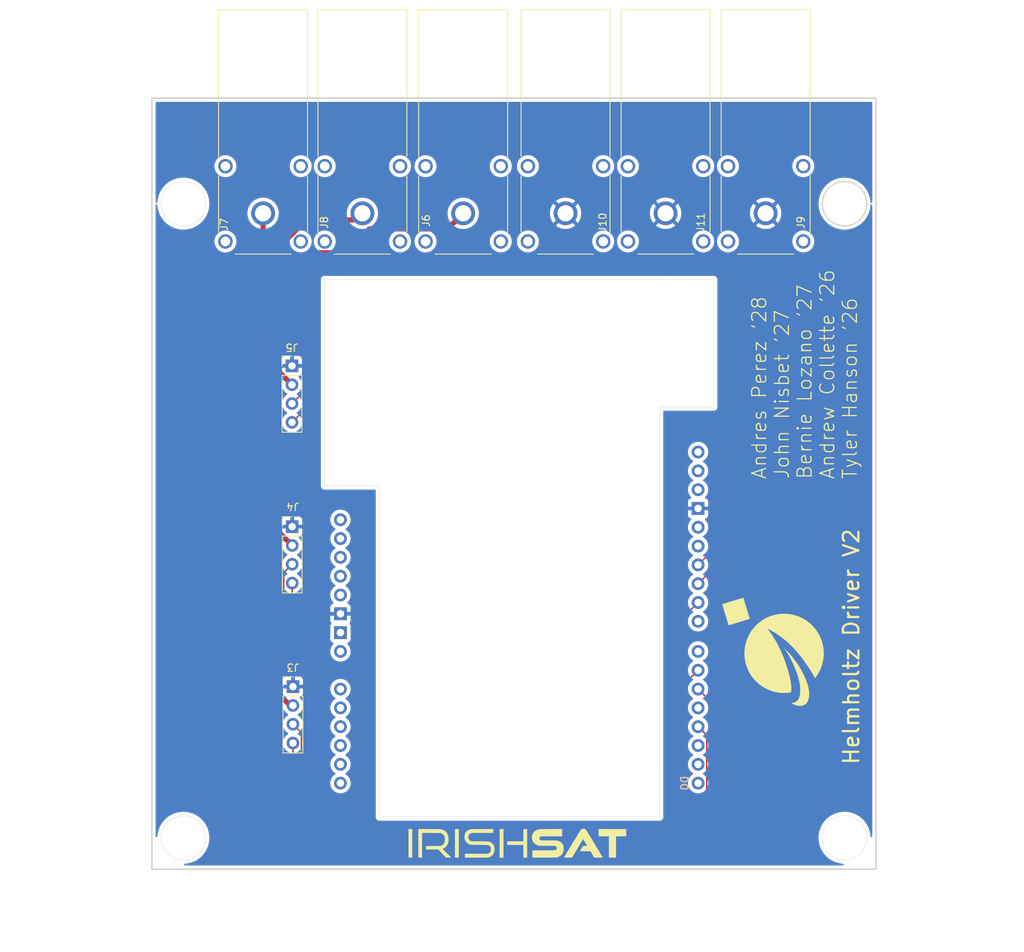
<source format=kicad_pcb>
(kicad_pcb (version 20240108) (generator "pcbnew") (generator_version "8.0")
  (layers (0 "F.Cu" signal) (31 "B.Cu" signal) (34 "B.Paste" user) (35 "F.Paste" user) (36 "B.SilkS" user "B.Silkscreen") (37 "F.SilkS" user "F.Silkscreen") (38 "B.Mask" user) (39 "F.Mask" user) (44 "Edge.Cuts" user))
  (net 0 "")
  (net 1 "/IN2_X")
  (net 2 "/IN2_Y")
  (net 3 "GND")
  (net 4 "/IN1_X")
  (net 5 "/IN1_Z")
  (net 6 "/IN1_Y")
  (net 7 "/IN2_Z")
  (net 8 "/VM_X")
  (net 9 "/VM_Y")
  (net 10 "/VM_Z")
  (footprint "my_custom:POMONA_73099-0" (layer "F.Cu") (at 128.4 47.5 90)
    (property "Reference" "J7" (at -1.5 -5.25 90) (layer "F.SilkS"))
    (property "Value" "73099-0" (hide yes))
    (pad "1" thru_hole circle (at 0 0 90) (size 3.216 3.216) (drill 2.2) (layers "*.Cu" "*.Mask") (net 10 "/VM_Z"))
    (pad "S1" thru_hole circle (at -3.8 5.08 90) (size 1.95 1.95) (drill 1.3) (layers "*.Cu" "*.Mask"))
    (pad "S2" thru_hole circle (at -3.8 -5.08 90) (size 1.95 1.95) (drill 1.3) (layers "*.Cu" "*.Mask"))
    (pad "S3" thru_hole circle (at 6.36 -5.08 90) (size 1.95 1.95) (drill 1.3) (layers "*.Cu" "*.Mask"))
    (pad "S4" thru_hole circle (at 6.36 5.08 90) (size 1.95 1.95) (drill 1.3) (layers "*.Cu" "*.Mask"))
  )
  (footprint "Connector_PinHeader_2.54mm:PinHeader_1x04_P2.54mm_Vertical" (layer "F.Cu") (at 132.3 68.1)
    (property "Reference" "J5" (at -0.02 -2.5 180) (layer "F.SilkS"))
    (property "Value" "Conn_01x04_Pin" (hide yes))
    (pad "1" thru_hole rect (at 0 0) (size 1.7 1.7) (drill 1) (layers "*.Cu" "*.Mask") (net 3 "GND"))
    (pad "2" thru_hole oval (at 0 2.54) (size 1.7 1.7) (drill 1) (layers "*.Cu" "*.Mask") (net 8 "/VM_X"))
    (pad "3" thru_hole oval (at 0 5.08) (size 1.7 1.7) (drill 1) (layers "*.Cu" "*.Mask") (net 4 "/IN1_X"))
    (pad "4" thru_hole oval (at 0 7.62) (size 1.7 1.7) (drill 1) (layers "*.Cu" "*.Mask") (net 1 "/IN2_X"))
  )
  (footprint "my_custom:POMONA_73099-0" (layer "F.Cu") (at 196.215 47.495 90)
    (property "Reference" "J9" (at -1.25 4.75 90) (layer "F.SilkS"))
    (property "Value" "73099-0" (hide yes))
    (pad "1" thru_hole circle (at 0 0 90) (size 3.216 3.216) (drill 2.2) (layers "*.Cu" "*.Mask") (net 3 "GND"))
    (pad "S1" thru_hole circle (at -3.8 5.08 90) (size 1.95 1.95) (drill 1.3) (layers "*.Cu" "*.Mask"))
    (pad "S2" thru_hole circle (at -3.8 -5.08 90) (size 1.95 1.95) (drill 1.3) (layers "*.Cu" "*.Mask"))
    (pad "S3" thru_hole circle (at 6.36 -5.08 90) (size 1.95 1.95) (drill 1.3) (layers "*.Cu" "*.Mask"))
    (pad "S4" thru_hole circle (at 6.36 5.08 90) (size 1.95 1.95) (drill 1.3) (layers "*.Cu" "*.Mask"))
  )
  (footprint "my_custom:POMONA_73099-0" (layer "F.Cu") (at 169.215 47.495 90)
    (property "Reference" "J10" (at -1.25 5 90) (layer "F.SilkS"))
    (property "Value" "73099-0" (hide yes))
    (pad "1" thru_hole circle (at 0 0 90) (size 3.216 3.216) (drill 2.2) (layers "*.Cu" "*.Mask") (net 3 "GND"))
    (pad "S1" thru_hole circle (at -3.8 5.08 90) (size 1.95 1.95) (drill 1.3) (layers "*.Cu" "*.Mask"))
    (pad "S2" thru_hole circle (at -3.8 -5.08 90) (size 1.95 1.95) (drill 1.3) (layers "*.Cu" "*.Mask"))
    (pad "S3" thru_hole circle (at 6.36 -5.08 90) (size 1.95 1.95) (drill 1.3) (layers "*.Cu" "*.Mask"))
    (pad "S4" thru_hole circle (at 6.36 5.08 90) (size 1.95 1.95) (drill 1.3) (layers "*.Cu" "*.Mask"))
  )
  (footprint "LOGO" (layer "F.Cu") (at 197.2 106.7 90)
    (property "Reference" "G***" (at 0 0 90) (layer "F.SilkS") (effects (font (size 1.5 1.5) (thickness 0.3))))
    (property "Value" "LOGO" (hide yes))
  )
  (footprint "Connector_PinHeader_2.54mm:PinHeader_1x04_P2.54mm_Vertical" (layer "F.Cu") (at 132.33 89.8)
    (property "Reference" "J4" (at 0.08 -2.7 180) (layer "F.SilkS"))
    (property "Value" "Conn_01x04_Pin" (hide yes))
    (pad "1" thru_hole rect (at 0 0) (size 1.7 1.7) (drill 1) (layers "*.Cu" "*.Mask") (net 3 "GND"))
    (pad "2" thru_hole oval (at 0 2.54) (size 1.7 1.7) (drill 1) (layers "*.Cu" "*.Mask") (net 9 "/VM_Y"))
    (pad "3" thru_hole oval (at 0 5.08) (size 1.7 1.7) (drill 1) (layers "*.Cu" "*.Mask") (net 6 "/IN1_Y"))
    (pad "4" thru_hole oval (at 0 7.62) (size 1.7 1.7) (drill 1) (layers "*.Cu" "*.Mask") (net 2 "/IN2_Y"))
  )
  (footprint "my_custom:POMONA_73099-0" (layer "F.Cu") (at 141.8 47.5 90)
    (property "Reference" "J8" (at -1.25 -5.15 90) (layer "F.SilkS"))
    (property "Value" "73099-0" (hide yes))
    (pad "1" thru_hole circle (at 0 0 90) (size 3.216 3.216) (drill 2.2) (layers "*.Cu" "*.Mask") (net 9 "/VM_Y"))
    (pad "S1" thru_hole circle (at -3.8 5.08 90) (size 1.95 1.95) (drill 1.3) (layers "*.Cu" "*.Mask"))
    (pad "S2" thru_hole circle (at -3.8 -5.08 90) (size 1.95 1.95) (drill 1.3) (layers "*.Cu" "*.Mask"))
    (pad "S3" thru_hole circle (at 6.36 -5.08 90) (size 1.95 1.95) (drill 1.3) (layers "*.Cu" "*.Mask"))
    (pad "S4" thru_hole circle (at 6.36 5.08 90) (size 1.95 1.95) (drill 1.3) (layers "*.Cu" "*.Mask"))
  )
  (footprint "my_custom:POMONA_73099-0" (layer "F.Cu") (at 182.715 47.495 90)
    (property "Reference" "J11" (at -1.25 4.75 90) (layer "F.SilkS"))
    (property "Value" "73099-0" (hide yes))
    (pad "1" thru_hole circle (at 0 0 90) (size 3.216 3.216) (drill 2.2) (layers "*.Cu" "*.Mask") (net 3 "GND"))
    (pad "S1" thru_hole circle (at -3.8 5.08 90) (size 1.95 1.95) (drill 1.3) (layers "*.Cu" "*.Mask"))
    (pad "S2" thru_hole circle (at -3.8 -5.08 90) (size 1.95 1.95) (drill 1.3) (layers "*.Cu" "*.Mask"))
    (pad "S3" thru_hole circle (at 6.36 -5.08 90) (size 1.95 1.95) (drill 1.3) (layers "*.Cu" "*.Mask"))
    (pad "S4" thru_hole circle (at 6.36 5.08 90) (size 1.95 1.95) (drill 1.3) (layers "*.Cu" "*.Mask"))
  )
  (footprint "my_custom:POMONA_73099-0" (layer "F.Cu") (at 155.4 47.5 90)
    (property "Reference" "J6" (at -1 -5 90) (layer "F.SilkS"))
    (property "Value" "73099-0" (hide yes))
    (pad "1" thru_hole circle (at 0 0 90) (size 3.216 3.216) (drill 2.2) (layers "*.Cu" "*.Mask") (net 8 "/VM_X"))
    (pad "S1" thru_hole circle (at -3.8 5.08 90) (size 1.95 1.95) (drill 1.3) (layers "*.Cu" "*.Mask"))
    (pad "S2" thru_hole circle (at -3.8 -5.08 90) (size 1.95 1.95) (drill 1.3) (layers "*.Cu" "*.Mask"))
    (pad "S3" thru_hole circle (at 6.36 -5.08 90) (size 1.95 1.95) (drill 1.3) (layers "*.Cu" "*.Mask"))
    (pad "S4" thru_hole circle (at 6.36 5.08 90) (size 1.95 1.95) (drill 1.3) (layers "*.Cu" "*.Mask"))
  )
  (footprint "LOGO" (layer "F.Cu") (at 162.5 132.6)
    (property "Reference" "G***" (hide yes))
    (property "Value" "LOGO" (hide yes))
  )
  (footprint "Connector_PinHeader_2.54mm:PinHeader_1x04_P2.54mm_Vertical" (layer "F.Cu") (at 132.43 111.4)
    (property "Reference" "J3" (at 0 -2.6 180) (layer "F.SilkS"))
    (property "Value" "Conn_01x04_Pin" (hide yes))
    (pad "1" thru_hole rect (at 0 0) (size 1.7 1.7) (drill 1) (layers "*.Cu" "*.Mask") (net 3 "GND"))
    (pad "2" thru_hole oval (at 0 2.54) (size 1.7 1.7) (drill 1) (layers "*.Cu" "*.Mask") (net 10 "/VM_Z"))
    (pad "3" thru_hole oval (at 0 5.08) (size 1.7 1.7) (drill 1) (layers "*.Cu" "*.Mask") (net 5 "/IN1_Z"))
    (pad "4" thru_hole oval (at 0 7.62) (size 1.7 1.7) (drill 1) (layers "*.Cu" "*.Mask") (net 7 "/IN2_Z"))
  )
  (footprint "my_custom:Arduino_Uno_R4_WiFi_Shield" (layer "F.Cu") (at 136.3 60.93 -90)
    (property "Reference" "A1" (hide yes))
    (property "Value" "Arduino_Uno_R4_WiFi_Shield")
    (fp_text user "D0" (at 63.5 -48.895 -90) (layer "B.SilkS") (effects (justify mirror)))
    (fp_text user "D0" (at 63.5 -48.895 -90) (layer "F.SilkS"))
    (pad "3V3" thru_hole oval (at 35.56 -2.54 270) (size 1.7272 1.7272) (drill 1.016) (layers "*.Cu" "*.Mask"))
    (pad "5V1" thru_hole oval (at 38.1 -2.54 270) (size 1.7272 1.7272) (drill 1.016) (layers "*.Cu" "*.Mask"))
    (pad "A0" thru_hole oval (at 50.8 -2.54 270) (size 1.7272 1.7272) (drill 1.016) (layers "*.Cu" "*.Mask"))
    (pad "A1" thru_hole oval (at 53.34 -2.54 270) (size 1.7272 1.7272) (drill 1.016) (layers "*.Cu" "*.Mask"))
    (pad "A2" thru_hole oval (at 55.88 -2.54 270) (size 1.7272 1.7272) (drill 1.016) (layers "*.Cu" "*.Mask"))
    (pad "A3" thru_hole oval (at 58.42 -2.54 270) (size 1.7272 1.7272) (drill 1.016) (layers "*.Cu" "*.Mask"))
    (pad "A4" thru_hole oval (at 60.96 -2.54 270) (size 1.7272 1.7272) (drill 1.016) (layers "*.Cu" "*.Mask"))
    (pad "A5" thru_hole oval (at 63.5 -2.54 270) (size 1.7272 1.7272) (drill 1.016) (layers "*.Cu" "*.Mask"))
    (pad "AREF" thru_hole oval (at 23.876 -50.8 270) (size 1.7272 1.7272) (drill 1.016) (layers "*.Cu" "*.Mask"))
    (pad "BOOT" thru_hole oval (at 27.94 -2.54 270) (size 1.7272 1.7272) (drill 1.016) (layers "*.Cu" "*.Mask"))
    (pad "D0" thru_hole oval (at 63.5 -50.8 270) (size 1.7272 1.7272) (drill 1.016) (layers "*.Cu" "*.Mask"))
    (pad "D1" thru_hole oval (at 60.96 -50.8 270) (size 1.7272 1.7272) (drill 1.016) (layers "*.Cu" "*.Mask"))
    (pad "D2" thru_hole oval (at 58.42 -50.8 270) (size 1.7272 1.7272) (drill 1.016) (layers "*.Cu" "*.Mask"))
    (pad "D3" thru_hole oval (at 55.88 -50.8 270) (size 1.7272 1.7272) (drill 1.016) (layers "*.Cu" "*.Mask") (net 5 "/IN1_Z"))
    (pad "D4" thru_hole oval (at 53.34 -50.8 270) (size 1.7272 1.7272) (drill 1.016) (layers "*.Cu" "*.Mask"))
    (pad "D5" thru_hole oval (at 50.8 -50.8 270) (size 1.7272 1.7272) (drill 1.016) (layers "*.Cu" "*.Mask") (net 7 "/IN2_Z"))
    (pad "D6" thru_hole oval (at 48.26 -50.8 270) (size 1.7272 1.7272) (drill 1.016) (layers "*.Cu" "*.Mask") (net 6 "/IN1_Y"))
    (pad "D7" thru_hole oval (at 45.72 -50.8 270) (size 1.7272 1.7272) (drill 1.016) (layers "*.Cu" "*.Mask"))
    (pad "D8" thru_hole oval (at 41.656 -50.8 270) (size 1.7272 1.7272) (drill 1.016) (layers "*.Cu" "*.Mask"))
    (pad "D9" thru_hole oval (at 39.116 -50.8 270) (size 1.7272 1.7272) (drill 1.016) (layers "*.Cu" "*.Mask") (net 2 "/IN2_Y"))
    (pad "D10" thru_hole oval (at 36.576 -50.8 270) (size 1.7272 1.7272) (drill 1.016) (layers "*.Cu" "*.Mask") (net 4 "/IN1_X"))
    (pad "D11" thru_hole oval (at 34.036 -50.8 270) (size 1.7272 1.7272) (drill 1.016) (layers "*.Cu" "*.Mask") (net 1 "/IN2_X"))
    (pad "D12" thru_hole oval (at 31.496 -50.8 270) (size 1.7272 1.7272) (drill 1.016) (layers "*.Cu" "*.Mask"))
    (pad "D13" thru_hole oval (at 28.956 -50.8 270) (size 1.7272 1.7272) (drill 1.016) (layers "*.Cu" "*.Mask"))
    (pad "GND1" thru_hole rect (at 26.416 -50.8 270) (size 1.7272 1.7272) (drill 1.016) (layers "*.Cu" "*.Mask") (net 3 "GND"))
    (pad "GND2" thru_hole rect (at 40.64 -2.54 270) (size 1.7272 1.7272) (drill 1.016) (layers "*.Cu" "*.Mask") (net 3 "GND"))
    (pad "GND3" thru_hole rect (at 43.18 -2.54 270) (size 1.7272 1.7272) (drill 1.016) (layers "*.Cu" "*.Mask"))
    (pad "IORF" thru_hole oval (at 30.48 -2.54 270) (size 1.7272 1.7272) (drill 1.016) (layers "*.Cu" "*.Mask"))
    (pad "RST1" thru_hole oval (at 33.02 -2.54 270) (size 1.7272 1.7272) (drill 1.016) (layers "*.Cu" "*.Mask"))
    (pad "SCL" thru_hole oval (at 18.796 -50.8 270) (size 1.7272 1.7272) (drill 1.016) (layers "*.Cu" "*.Mask"))
    (pad "SDA" thru_hole oval (at 21.336 -50.8 270) (size 1.7272 1.7272) (drill 1.016) (layers "*.Cu" "*.Mask"))
    (pad "VIN" thru_hole oval (at 45.72 -2.54 270) (size 1.7272 1.7272) (drill 1.016) (layers "*.Cu" "*.Mask"))
  )
  (gr_line (start 189.2 56.45) (end 183.5 56.45) (stroke (width 0.05)) (layer "Edge.Cuts"))
  (gr_line (start 138.8 56.45) (end 183.5 56.45) (stroke (width 0.05)) (layer "Edge.Cuts"))
  (gr_line (start 144.1 124.45) (end 144.1 129) (stroke (width 0.05)) (layer "Edge.Cuts"))
  (gr_line (start 144.1 84.3) (end 136.7 84.3) (stroke (width 0.05)) (layer "Edge.Cuts"))
  (gr_circle (center 206.857359 131.807359) (end 209.857359 131.807359) (stroke (width 0.05)) (fill none) (layer "Edge.Cuts"))
  (gr_circle (center 117.642641 131.807359) (end 120.642641 131.807359) (stroke (width 0.05)) (fill none) (layer "Edge.Cuts"))
  (gr_line (start 136.7 73.65) (end 136.7 56.45) (stroke (width 0.05)) (layer "Edge.Cuts"))
  (gr_line (start 144.1 129) (end 181.9 129) (stroke (width 0.05)) (layer "Edge.Cuts"))
  (gr_rect (start 113.4 31.95) (end 211.1 136.05) (stroke (width 0.2)) (fill none) (layer "Edge.Cuts"))
  (gr_line (start 144.1 85.1) (end 144.1 84.3) (stroke (width 0.05)) (layer "Edge.Cuts"))
  (gr_line (start 136.7 56.45) (end 138.8 56.45) (stroke (width 0.05)) (layer "Edge.Cuts"))
  (gr_circle (center 117.642641 46.192641) (end 120.642641 46.192641) (stroke (width 0.05)) (fill none) (layer "Edge.Cuts"))
  (gr_line (start 144.1 85.375) (end 144.1 85.1) (stroke (width 0.05)) (layer "Edge.Cuts"))
  (gr_line (start 136.7 84.3) (end 136.7 73.65) (stroke (width 0.05)) (layer "Edge.Cuts"))
  (gr_line (start 181.9 124.35) (end 181.9 73.65) (stroke (width 0.05)) (layer "Edge.Cuts"))
  (gr_line (start 181.9 73.65) (end 187.1 73.65) (stroke (width 0.05)) (layer "Edge.Cuts"))
  (gr_line (start 144.1 124.45) (end 144.1 85.375) (stroke (width 0.05)) (layer "Edge.Cuts"))
  (gr_line (start 181.9 124.35) (end 181.9 129) (stroke (width 0.05)) (layer "Edge.Cuts"))
  (gr_line (start 189.2 73.65) (end 189.2 56.45) (stroke (width 0.05)) (layer "Edge.Cuts"))
  (gr_line (start 187.1 73.65) (end 189.2 73.65) (stroke (width 0.05)) (layer "Edge.Cuts"))
  (gr_circle (center 206.857359 46.192641) (end 209.857359 46.192641) (stroke (width 0.2)) (fill none) (layer "Edge.Cuts"))
  (gr_text "Andres Perez '28\nJohn Nisbet '27\nBernie Lozano '27\nAndrew Collette '26\nTyler Hanson '26" (at 208.7 83.5 90) (layer "F.SilkS") (effects (font (size 1.9 1.9) (thickness 0.16)) (justify left bottom)))
  (gr_text "Helmholtz Driver V2" (at 209 122.1 90) (layer "F.SilkS") (effects (font (size 2.1 2.1) (thickness 0.3)) (justify left bottom)))
  (segment (start 135.2 56.6) (end 135.2 72.82) (width 0.2) (layer "F.Cu") (net 1))
  (segment (start 136.5 55.3) (end 135.2 56.6) (width 0.2) (layer "F.Cu") (net 1))
  (segment (start 191.3 90.766) (end 191.3 56.1) (width 0.2) (layer "F.Cu") (net 1))
  (segment (start 190.5 55.3) (end 136.5 55.3) (width 0.2) (layer "F.Cu") (net 1))
  (segment (start 187.1 94.966) (end 191.3 90.766) (width 0.2) (layer "F.Cu") (net 1))
  (segment (start 135.2 72.82) (end 132.3 75.72) (width 0.2) (layer "F.Cu") (net 1))
  (segment (start 191.3 56.1) (end 190.5 55.3) (width 0.2) (layer "F.Cu") (net 1))
  (segment (start 184.2 102.946) (end 184.2 128.3) (width 0.2) (layer "F.Cu") (net 2))
  (segment (start 184.2 128.3) (end 182.3 130.2) (width 0.2) (layer "F.Cu") (net 2))
  (segment (start 143.1 130.2) (end 141.4 128.5) (width 0.2) (layer "F.Cu") (net 2))
  (segment (start 141.4 128.5) (end 141.4 111.5) (width 0.2) (layer "F.Cu") (net 2))
  (segment (start 187.1 100.046) (end 184.2 102.946) (width 0.2) (layer "F.Cu") (net 2))
  (segment (start 182.3 130.2) (end 143.1 130.2) (width 0.2) (layer "F.Cu") (net 2))
  (segment (start 141.4 111.5) (end 132.33 102.43) (width 0.2) (layer "F.Cu") (net 2))
  (segment (start 132.33 102.43) (end 132.33 97.42) (width 0.2) (layer "F.Cu") (net 2))
  (segment (start 134 71.48) (end 134 56.5) (width 0.2) (layer "F.Cu") (net 4))
  (segment (start 192.5 55.5) (end 192.5 92.106) (width 0.2) (layer "F.Cu") (net 4))
  (segment (start 132.3 73.18) (end 134 71.48) (width 0.2) (layer "F.Cu") (net 4))
  (segment (start 192.5 92.106) (end 187.1 97.506) (width 0.2) (layer "F.Cu") (net 4))
  (segment (start 136.2 54.3) (end 191.3 54.3) (width 0.2) (layer "F.Cu") (net 4))
  (segment (start 191.3 54.3) (end 192.5 55.5) (width 0.2) (layer "F.Cu") (net 4))
  (segment (start 134 56.5) (end 136.2 54.3) (width 0.2) (layer "F.Cu") (net 4))
  (segment (start 133.58 125.18) (end 133.58 117.63) (width 0.2) (layer "F.Cu") (net 5))
  (segment (start 141.9 133.5) (end 133.58 125.18) (width 0.2) (layer "F.Cu") (net 5))
  (segment (start 133.58 117.63) (end 132.43 116.48) (width 0.2) (layer "F.Cu") (net 5))
  (segment (start 188.2636 117.9736) (end 188.2636 127.6364) (width 0.2) (layer "F.Cu") (net 5))
  (segment (start 187.1 116.81) (end 188.2636 117.9736) (width 0.2) (layer "F.Cu") (net 5))
  (segment (start 182.4 133.5) (end 141.9 133.5) (width 0.2) (layer "F.Cu") (net 5))
  (segment (start 188.2636 127.6364) (end 182.4 133.5) (width 0.2) (layer "F.Cu") (net 5))
  (segment (start 142.5 131.9) (end 136.7 126.1) (width 0.2) (layer "F.Cu") (net 6))
  (segment (start 131.18 96.03) (end 132.33 94.88) (width 0.2) (layer "F.Cu") (net 6))
  (segment (start 136.7 108.8) (end 131.18 103.28) (width 0.2) (layer "F.Cu") (net 6))
  (segment (start 185.4 128.5) (end 182 131.9) (width 0.2) (layer "F.Cu") (net 6))
  (segment (start 131.18 103.28) (end 131.18 96.03) (width 0.2) (layer "F.Cu") (net 6))
  (segment (start 187.1 109.19) (end 185.4 110.89) (width 0.2) (layer "F.Cu") (net 6))
  (segment (start 136.7 126.1) (end 136.7 108.8) (width 0.2) (layer "F.Cu") (net 6))
  (segment (start 182 131.9) (end 142.5 131.9) (width 0.2) (layer "F.Cu") (net 6))
  (segment (start 185.4 110.89) (end 185.4 128.5) (width 0.2) (layer "F.Cu") (net 6))
  (segment (start 190.1 114.73) (end 190.1 128.3) (width 0.2) (layer "F.Cu") (net 7))
  (segment (start 190.1 128.3) (end 183.4 135) (width 0.2) (layer "F.Cu") (net 7))
  (segment (start 187.1 111.73) (end 190.1 114.73) (width 0.2) (layer "F.Cu") (net 7))
  (segment (start 183.4 135) (end 141.2 135) (width 0.2) (layer "F.Cu") (net 7))
  (segment (start 132.43 126.23) (end 132.43 119.02) (width 0.2) (layer "F.Cu") (net 7))
  (segment (start 141.2 135) (end 132.43 126.23) (width 0.2) (layer "F.Cu") (net 7))
  (segment (start 134.875 52.825) (end 130.5 57.2) (width 0.7) (layer "F.Cu") (net 8))
  (segment (start 142.751873 49.6) (end 139.526873 52.825) (width 0.7) (layer "F.Cu") (net 8))
  (segment (start 155.4 47.5) (end 153.3 49.6) (width 0.7) (layer "F.Cu") (net 8))
  (segment (start 139.526873 52.825) (end 134.875 52.825) (width 0.7) (layer "F.Cu") (net 8))
  (segment (start 130.5 68.84) (end 132.3 70.64) (width 0.7) (layer "F.Cu") (net 8))
  (segment (start 153.3 49.6) (end 142.751873 49.6) (width 0.7) (layer "F.Cu") (net 8))
  (segment (start 130.5 57.2) (end 130.5 68.84) (width 0.7) (layer "F.Cu") (net 8))
  (segment (start 128.1 54.5) (end 128.1 88.11) (width 0.7) (layer "F.Cu") (net 9))
  (segment (start 141.8 47.5) (end 141.325945 47.5) (width 0.7) (layer "F.Cu") (net 9))
  (segment (start 128.1 88.11) (end 132.33 92.34) (width 0.7) (layer "F.Cu") (net 9))
  (segment (start 141.325945 47.5) (end 140.425945 48.4) (width 0.7) (layer "F.Cu") (net 9))
  (segment (start 140.425945 48.4) (end 134.2 48.4) (width 0.7) (layer "F.Cu") (net 9))
  (segment (start 134.2 48.4) (end 128.1 54.5) (width 0.7) (layer "F.Cu") (net 9))
  (segment (start 132.04 113.94) (end 132.43 113.94) (width 0.7) (layer "F.Cu") (net 10))
  (segment (start 128.4 50.4) (end 125.5 53.3) (width 0.7) (layer "F.Cu") (net 10))
  (segment (start 125.5 53.3) (end 125.5 107.4) (width 0.7) (layer "F.Cu") (net 10))
  (segment (start 125.5 107.4) (end 132.04 113.94) (width 0.7) (layer "F.Cu") (net 10))
  (segment (start 128.4 47.5) (end 128.4 50.4) (width 0.7) (layer "F.Cu") (net 10))
  (zone (net 3) (net_name "GND") (layer "B.Cu") (connect_pads (clearance 0.5)) (min_thickness 0.25) (fill yes (thermal_gap 0.5) (thermal_bridge_width 0.5))
    (polygon (pts (xy 231 96.9) (xy 217.6 147.2) (xy 92.9 143.3) (xy 104.3 18.7) (xy 224.5 25.9) (xy 231.1 96.8)))
  )
)
</source>
